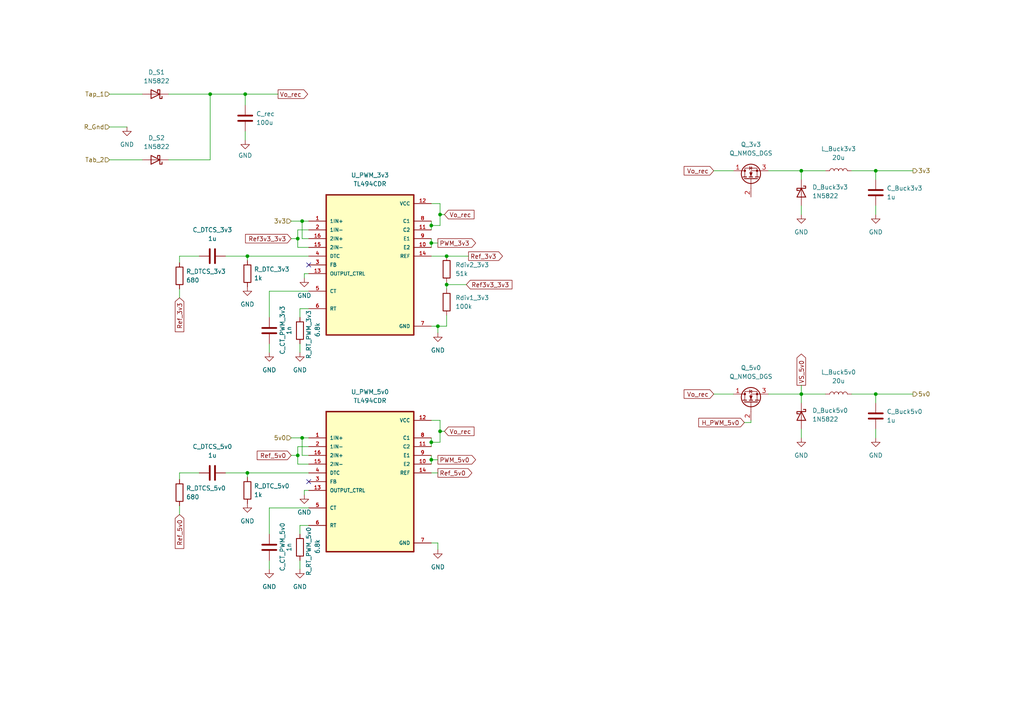
<source format=kicad_sch>
(kicad_sch (version 20211123) (generator eeschema)
  (paper "A4")
  (lib_symbols
    (symbol "Device:C" (pin_numbers hide) (pin_names (offset 0.254))
      (property "Reference" "C" (at 0.635 2.54 0))
      (property "Value" "C" (at 0.635 -2.54 0))
      (symbol "C_0_1"
        (polyline (pts (xy -2.032 -0.762) (xy 2.032 -0.762)) (stroke (width 0.508)))
        (polyline (pts (xy -2.032 0.762) (xy 2.032 0.762)) (stroke (width 0.508)))
      )
      (symbol "C_1_1"
        (pin passive line (at 0 3.81 270) (length 2.794) (name "~") (number "1"))
        (pin passive line (at 0 -3.81 90) (length 2.794) (name "~") (number "2"))
      )
    )
    (symbol "Device:L" (pin_numbers hide) (pin_names (offset 1.016) hide)
      (property "Reference" "L" (at -1.27 0 90))
      (property "Value" "L" (at 1.905 0 90))
      (symbol "L_0_1"
        (arc (start 0 -2.54) (mid 0.635 -1.905) (end 0 -1.27))
        (arc (start 0 -1.27) (mid 0.635 -0.635) (end 0 0))
        (arc (start 0 0) (mid 0.635 0.635) (end 0 1.27))
        (arc (start 0 1.27) (mid 0.635 1.905) (end 0 2.54))
      )
      (symbol "L_1_1"
        (pin passive line (at 0 3.81 270) (length 1.27) (name "1") (number "1"))
        (pin passive line (at 0 -3.81 90) (length 1.27) (name "2") (number "2"))
      )
    )
    (symbol "Device:Q_NMOS_DGS" (pin_names (offset 0) hide)
      (property "Reference" "Q" (at 5.08 1.27 0))
      (property "Value" "Q_NMOS_DGS" (at 5.08 -1.27 0))
      (symbol "Q_NMOS_DGS_0_1"
        (polyline (pts (xy 0.254 0) (xy -2.54 0)))
        (polyline (pts (xy 0.254 1.905) (xy 0.254 -1.905)) (stroke (width 0.254)))
        (polyline (pts (xy 0.762 -1.27) (xy 0.762 -2.286)) (stroke (width 0.254)))
        (polyline (pts (xy 0.762 0.508) (xy 0.762 -0.508)) (stroke (width 0.254)))
        (polyline (pts (xy 0.762 2.286) (xy 0.762 1.27)) (stroke (width 0.254)))
        (polyline (pts (xy 2.54 2.54) (xy 2.54 1.778)))
        (polyline (pts (xy 2.54 -2.54) (xy 2.54 0) (xy 0.762 0)))
        (polyline (pts (xy 0.762 -1.778) (xy 3.302 -1.778) (xy 3.302 1.778) (xy 0.762 1.778)))
        (polyline (pts (xy 1.016 0) (xy 2.032 0.381) (xy 2.032 -0.381) (xy 1.016 0)) (fill (type outline)))
        (polyline (pts (xy 2.794 0.508) (xy 2.921 0.381) (xy 3.683 0.381) (xy 3.81 0.254)))
        (polyline (pts (xy 3.302 0.381) (xy 2.921 -0.254) (xy 3.683 -0.254) (xy 3.302 0.381)))
        (circle (center 1.651 0) (radius 2.794) (stroke (width 0.254)))
        (circle (center 2.54 -1.778) (radius 0.254) (fill (type outline)))
        (circle (center 2.54 1.778) (radius 0.254) (fill (type outline)))
      )
      (symbol "Q_NMOS_DGS_1_1"
        (pin passive line (at 2.54 5.08 270) (length 2.54) (name "D") (number "1"))
        (pin input line (at -5.08 0 0) (length 2.54) (name "G") (number "2"))
        (pin passive line (at 2.54 -5.08 90) (length 2.54) (name "S") (number "3"))
      )
    )
    (symbol "Device:R" (pin_numbers hide) (pin_names (offset 0))
      (property "Reference" "R" (at 2.032 0 90))
      (property "Value" "R" (at 0 0 90))
      (symbol "R_0_1"
        (rectangle (start -1.016 -2.54) (end 1.016 2.54) (stroke (width 0.254)))
      )
      (symbol "R_1_1"
        (pin passive line (at 0 3.81 270) (length 1.27) (name "~") (number "1"))
        (pin passive line (at 0 -3.81 90) (length 1.27) (name "~") (number "2"))
      )
    )
    (symbol "Diode:1N5822" (pin_numbers hide) (pin_names (offset 1.016) hide)
      (property "Reference" "D" (at 0 2.54 0))
      (property "Value" "1N5822" (at 0 -2.54 0))
      (symbol "1N5822_0_1"
        (polyline (pts (xy 1.27 0) (xy -1.27 0)))
        (polyline (pts (xy 1.27 1.27) (xy 1.27 -1.27) (xy -1.27 0) (xy 1.27 1.27)) (stroke (width 0.254)))
        (polyline (pts (xy -1.905 0.635) (xy -1.905 1.27) (xy -1.27 1.27) (xy -1.27 -1.27) (xy -0.635 -1.27) (xy -0.635 -0.635)) (stroke (width 0.254)))
      )
      (symbol "1N5822_1_1"
        (pin passive line (at -3.81 0 0) (length 2.54) (name "K") (number "1"))
        (pin passive line (at 3.81 0 180) (length 2.54) (name "A") (number "2"))
      )
    )
    (symbol "TL494CDR:TL494CDR" (pin_names (offset 1.016))
      (property "Reference" "U" (at -12.7 21.3106 0))
      (property "Value" "TL494CDR" (at -12.7 -24.3078 0))
      (symbol "TL494CDR_0_0"
        (rectangle (start -12.7 -20.32) (end 12.7 20.32) (stroke (width 0.4064)) (fill (type background)))
        (pin input line (at -17.78 12.7 0) (length 5.08) (name "1IN+") (number "1"))
        (pin output line (at 17.78 5.08 180) (length 5.08) (name "E2") (number "10"))
        (pin output line (at 17.78 10.16 180) (length 5.08) (name "C2") (number "11"))
        (pin power_in line (at 17.78 17.78 180) (length 5.08) (name "VCC") (number "12"))
        (pin input line (at -17.78 -2.54 0) (length 5.08) (name "OUTPUT_CTRL") (number "13"))
        (pin output line (at 17.78 2.54 180) (length 5.08) (name "REF") (number "14"))
        (pin input line (at -17.78 5.08 0) (length 5.08) (name "2IN−") (number "15"))
        (pin input line (at -17.78 7.62 0) (length 5.08) (name "2IN+") (number "16"))
        (pin input line (at -17.78 10.16 0) (length 5.08) (name "1IN−") (number "2"))
        (pin input line (at -17.78 0 0) (length 5.08) (name "FB") (number "3"))
        (pin input line (at -17.78 2.54 0) (length 5.08) (name "DTC") (number "4"))
        (pin bidirectional line (at -17.78 -7.62 0) (length 5.08) (name "CT") (number "5"))
        (pin bidirectional line (at -17.78 -12.7 0) (length 5.08) (name "RT") (number "6"))
        (pin power_in line (at 17.78 -17.78 180) (length 5.08) (name "GND") (number "7"))
        (pin output line (at 17.78 12.7 180) (length 5.08) (name "C1") (number "8"))
        (pin output line (at 17.78 7.62 180) (length 5.08) (name "E1") (number "9"))
      )
    )
    (symbol "power:GND" (power) (pin_names (offset 0))
      (property "Value" "GND" (at 0 -3.81 0))
      (symbol "GND_0_1"
        (polyline (pts (xy 0 0) (xy 0 -1.27) (xy 1.27 -1.27) (xy 0 -2.54) (xy -1.27 -1.27) (xy 0 -1.27)))
      )
      (symbol "GND_1_1"
        (pin power_in line (at 0 0 270) (length 0) hide (name "GND") (number "1"))
      )
    )
  )
  (junction (at 86.36 132.08))
  (junction (at 60.96 27.305))
  (junction (at 232.41 49.53))
  (junction (at 86.36 69.215))
  (junction (at 71.12 27.305))
  (junction (at 71.755 74.295))
  (junction (at 127 94.615))
  (junction (at 254 114.3))
  (junction (at 87.63 127))
  (junction (at 125.095 65.405))
  (junction (at 125.095 133.35))
  (junction (at 127.635 125.095))
  (junction (at 129.54 74.295))
  (junction (at 232.41 114.3))
  (junction (at 127.635 62.23))
  (junction (at 254 49.53))
  (junction (at 87.63 64.135))
  (junction (at 129.54 82.55))
  (junction (at 125.095 128.27))
  (junction (at 71.755 137.16))
  (junction (at 125.095 70.485))
  (no_connect (at 89.535 139.7))
  (no_connect (at 89.535 76.835))
  (wire (pts (xy 87.63 127) (xy 87.63 132.08)))
  (wire (pts (xy 232.41 49.53) (xy 239.395 49.53)))
  (wire (pts (xy 127.635 125.095) (xy 127.635 128.27)))
  (wire (pts (xy 71.755 137.16) (xy 89.535 137.16)))
  (wire (pts (xy 71.12 38.1) (xy 71.12 40.64)))
  (wire (pts (xy 78.105 147.32) (xy 89.535 147.32)))
  (wire (pts (xy 86.36 71.755) (xy 89.535 71.755)))
  (wire (pts (xy 129.54 74.295) (xy 135.89 74.295)))
  (wire (pts (xy 52.07 76.2) (xy 52.07 74.295)))
  (wire (pts (xy 217.805 121.92) (xy 217.805 122.555)))
  (wire (pts (xy 52.07 83.82) (xy 52.07 86.36)))
  (wire (pts (xy 125.095 132.08) (xy 125.095 133.35)))
  (wire (pts (xy 65.405 74.295) (xy 71.755 74.295)))
  (wire (pts (xy 129.54 82.55) (xy 129.54 83.82)))
  (wire (pts (xy 71.755 74.295) (xy 71.755 75.565)))
  (wire (pts (xy 48.895 27.305) (xy 60.96 27.305)))
  (wire (pts (xy 60.96 27.305) (xy 60.96 46.355)))
  (wire (pts (xy 125.095 64.135) (xy 125.095 65.405)))
  (wire (pts (xy 247.015 114.3) (xy 254 114.3)))
  (wire (pts (xy 52.07 74.295) (xy 57.785 74.295)))
  (wire (pts (xy 84.455 69.215) (xy 86.36 69.215)))
  (wire (pts (xy 86.995 162.56) (xy 86.995 165.1)))
  (wire (pts (xy 254 114.3) (xy 254 116.84)))
  (wire (pts (xy 127 157.48) (xy 127 159.385)))
  (wire (pts (xy 52.07 137.16) (xy 57.785 137.16)))
  (wire (pts (xy 222.885 114.3) (xy 232.41 114.3)))
  (wire (pts (xy 127.635 62.23) (xy 128.905 62.23)))
  (wire (pts (xy 125.095 133.35) (xy 125.095 134.62)))
  (wire (pts (xy 125.095 65.405) (xy 125.095 66.675)))
  (wire (pts (xy 78.105 154.94) (xy 78.105 147.32)))
  (wire (pts (xy 87.63 64.135) (xy 89.535 64.135)))
  (wire (pts (xy 125.095 133.35) (xy 127 133.35)))
  (wire (pts (xy 86.36 134.62) (xy 89.535 134.62)))
  (wire (pts (xy 86.36 66.675) (xy 86.36 69.215)))
  (wire (pts (xy 87.63 64.135) (xy 87.63 69.215)))
  (wire (pts (xy 125.095 127) (xy 125.095 128.27)))
  (wire (pts (xy 125.095 70.485) (xy 127 70.485)))
  (wire (pts (xy 127 94.615) (xy 127 96.52)))
  (wire (pts (xy 125.095 137.16) (xy 127 137.16)))
  (wire (pts (xy 127.635 62.23) (xy 127.635 65.405)))
  (wire (pts (xy 125.095 70.485) (xy 125.095 71.755)))
  (wire (pts (xy 254 49.53) (xy 264.795 49.53)))
  (wire (pts (xy 71.755 74.295) (xy 89.535 74.295)))
  (wire (pts (xy 84.455 64.135) (xy 87.63 64.135)))
  (wire (pts (xy 222.885 49.53) (xy 232.41 49.53)))
  (wire (pts (xy 232.41 59.69) (xy 232.41 62.23)))
  (wire (pts (xy 232.41 111.76) (xy 232.41 114.3)))
  (wire (pts (xy 31.75 36.83) (xy 36.83 36.83)))
  (wire (pts (xy 129.54 91.44) (xy 129.54 94.615)))
  (wire (pts (xy 125.095 121.92) (xy 127.635 121.92)))
  (wire (pts (xy 127.635 121.92) (xy 127.635 125.095)))
  (wire (pts (xy 86.36 129.54) (xy 86.36 132.08)))
  (wire (pts (xy 31.75 27.305) (xy 41.275 27.305)))
  (wire (pts (xy 207.01 49.53) (xy 212.725 49.53)))
  (wire (pts (xy 125.095 65.405) (xy 127.635 65.405)))
  (wire (pts (xy 88.265 143.51) (xy 88.265 142.24)))
  (wire (pts (xy 86.995 89.535) (xy 86.995 92.075)))
  (wire (pts (xy 129.54 82.55) (xy 135.255 82.55)))
  (wire (pts (xy 48.895 46.355) (xy 60.96 46.355)))
  (wire (pts (xy 84.455 127) (xy 87.63 127)))
  (wire (pts (xy 125.095 157.48) (xy 127 157.48)))
  (wire (pts (xy 232.41 124.46) (xy 232.41 127)))
  (wire (pts (xy 232.41 116.84) (xy 232.41 114.3)))
  (wire (pts (xy 87.63 69.215) (xy 89.535 69.215)))
  (wire (pts (xy 125.095 128.27) (xy 127.635 128.27)))
  (wire (pts (xy 89.535 152.4) (xy 86.995 152.4)))
  (wire (pts (xy 254 49.53) (xy 254 52.07)))
  (wire (pts (xy 88.265 80.645) (xy 88.265 79.375)))
  (wire (pts (xy 52.07 146.685) (xy 52.07 149.225)))
  (wire (pts (xy 232.41 52.07) (xy 232.41 49.53)))
  (wire (pts (xy 125.095 59.055) (xy 127.635 59.055)))
  (wire (pts (xy 31.75 46.355) (xy 41.275 46.355)))
  (wire (pts (xy 78.105 99.695) (xy 78.105 102.235)))
  (wire (pts (xy 86.995 152.4) (xy 86.995 154.94)))
  (wire (pts (xy 125.095 128.27) (xy 125.095 129.54)))
  (wire (pts (xy 71.755 137.16) (xy 71.755 138.43)))
  (wire (pts (xy 88.265 142.24) (xy 89.535 142.24)))
  (wire (pts (xy 127 94.615) (xy 129.54 94.615)))
  (wire (pts (xy 89.535 66.675) (xy 86.36 66.675)))
  (wire (pts (xy 127.635 125.095) (xy 128.905 125.095)))
  (wire (pts (xy 232.41 114.3) (xy 239.395 114.3)))
  (wire (pts (xy 89.535 129.54) (xy 86.36 129.54)))
  (wire (pts (xy 78.105 162.56) (xy 78.105 165.1)))
  (wire (pts (xy 125.095 69.215) (xy 125.095 70.485)))
  (wire (pts (xy 86.36 132.08) (xy 86.36 134.62)))
  (wire (pts (xy 125.095 74.295) (xy 129.54 74.295)))
  (wire (pts (xy 215.9 122.555) (xy 217.805 122.555)))
  (wire (pts (xy 87.63 132.08) (xy 89.535 132.08)))
  (wire (pts (xy 129.54 81.915) (xy 129.54 82.55)))
  (wire (pts (xy 71.12 27.305) (xy 71.12 30.48)))
  (wire (pts (xy 71.12 27.305) (xy 80.645 27.305)))
  (wire (pts (xy 84.455 132.08) (xy 86.36 132.08)))
  (wire (pts (xy 78.105 84.455) (xy 89.535 84.455)))
  (wire (pts (xy 254 124.46) (xy 254 127)))
  (wire (pts (xy 254 114.3) (xy 264.795 114.3)))
  (wire (pts (xy 89.535 89.535) (xy 86.995 89.535)))
  (wire (pts (xy 86.36 69.215) (xy 86.36 71.755)))
  (wire (pts (xy 87.63 127) (xy 89.535 127)))
  (wire (pts (xy 78.105 92.075) (xy 78.105 84.455)))
  (wire (pts (xy 125.095 94.615) (xy 127 94.615)))
  (wire (pts (xy 247.015 49.53) (xy 254 49.53)))
  (wire (pts (xy 88.265 79.375) (xy 89.535 79.375)))
  (wire (pts (xy 65.405 137.16) (xy 71.755 137.16)))
  (wire (pts (xy 207.01 114.3) (xy 212.725 114.3)))
  (wire (pts (xy 127.635 59.055) (xy 127.635 62.23)))
  (wire (pts (xy 52.07 139.065) (xy 52.07 137.16)))
  (wire (pts (xy 86.995 99.695) (xy 86.995 102.235)))
  (wire (pts (xy 60.96 27.305) (xy 71.12 27.305)))
  (wire (pts (xy 254 59.69) (xy 254 62.23)))
  (global_label "PWM_3v3" (shape output) (at 127 70.485 0) (property "Intersheet References" "${INTERSHEET_REFS}" (effects hide)))
  (global_label "Ref3v3_3v3" (shape input) (at 84.455 69.215 180) (property "Intersheet References" "${INTERSHEET_REFS}" (effects hide)))
  (global_label "Vo_rec" (shape output) (at 80.645 27.305 0) (property "Intersheet References" "${INTERSHEET_REFS}" (effects hide)))
  (global_label "Vo_rec" (shape input) (at 207.01 49.53 180) (property "Intersheet References" "${INTERSHEET_REFS}" (effects hide)))
  (global_label "Ref_5v0" (shape input) (at 52.07 149.225 270) (property "Intersheet References" "${INTERSHEET_REFS}" (effects hide)))
  (global_label "Ref_5v0" (shape input) (at 84.455 132.08 180) (property "Intersheet References" "${INTERSHEET_REFS}" (effects hide)))
  (global_label "H_PWM_5v0" (shape input) (at 215.9 122.555 180) (property "Intersheet References" "${INTERSHEET_REFS}" (effects hide)))
  (global_label "Vo_rec" (shape input) (at 128.905 125.095 0) (property "Intersheet References" "${INTERSHEET_REFS}" (effects hide)))
  (global_label "Ref3v3_3v3" (shape input) (at 135.255 82.55 0) (property "Intersheet References" "${INTERSHEET_REFS}" (effects hide)))
  (global_label "PWM_5v0" (shape output) (at 127 133.35 0) (property "Intersheet References" "${INTERSHEET_REFS}" (effects hide)))
  (global_label "Ref_3v3" (shape output) (at 135.89 74.295 0) (property "Intersheet References" "${INTERSHEET_REFS}" (effects hide)))
  (global_label "Ref_3v3" (shape input) (at 52.07 86.36 270) (property "Intersheet References" "${INTERSHEET_REFS}" (effects hide)))
  (global_label "Vo_rec" (shape input) (at 128.905 62.23 0) (property "Intersheet References" "${INTERSHEET_REFS}" (effects hide)))
  (global_label "VS_5v0" (shape output) (at 232.41 111.76 90) (property "Intersheet References" "${INTERSHEET_REFS}" (effects hide)))
  (global_label "Ref_5v0" (shape output) (at 127 137.16 0) (property "Intersheet References" "${INTERSHEET_REFS}" (effects hide)))
  (global_label "Vo_rec" (shape input) (at 207.01 114.3 180) (property "Intersheet References" "${INTERSHEET_REFS}" (effects hide)))
  (hierarchical_label "3v3" (shape input) (at 84.455 64.135 180))
  (hierarchical_label "Tab_2" (shape input) (at 31.75 46.355 180))
  (hierarchical_label "5v0" (shape output) (at 264.795 114.3 0))
  (hierarchical_label "3v3" (shape output) (at 264.795 49.53 0))
  (hierarchical_label "5v0" (shape input) (at 84.455 127 180))
  (hierarchical_label "R_Gnd" (shape input) (at 31.75 36.83 180))
  (hierarchical_label "Tap_1" (shape input) (at 31.75 27.305 180))
  (symbol (lib_id "Device:Q_NMOS_DGS") (at 217.805 116.84 90) (unit 1)
    (property "Reference" "Q_5v0" (at 217.805 106.68 90))
    (property "Value" "Q_NMOS_DGS" (at 217.805 109.22 90))
  )
  (symbol (lib_id "power:GND") (at 78.105 165.1 0) (unit 1)
    (property "Reference" "#PWR?" (effects hide))
    (property "Value" "GND" (at 78.105 170.18 0))
  )
  (symbol (lib_id "Diode:1N5822") (at 45.085 46.355 180) (unit 1)
    (property "Reference" "D_S2" (at 45.4025 40.005 0))
    (property "Value" "1N5822" (at 45.4025 42.545 0))
    (property "Footprint" "Diode_THT:D_DO-201AD_P15.24mm_Horizontal" (effects hide))
    (property "Datasheet" "http://www.vishay.com/docs/88526/1n5820.pdf" (effects hide))
  )
  (symbol (lib_id "Device:C") (at 61.595 137.16 90) (unit 1)
    (property "Reference" "C_DTCS_5v0" (at 61.595 129.54 90))
    (property "Value" "1u" (at 61.595 132.08 90))
  )
  (symbol (lib_id "power:GND") (at 88.265 80.645 0) (unit 1)
    (property "Reference" "#PWR?" (effects hide))
    (property "Value" "GND" (at 88.265 85.725 0))
  )
  (symbol (lib_id "power:GND") (at 232.41 62.23 0) (unit 1)
    (property "Reference" "#PWR?" (effects hide))
    (property "Value" "GND" (at 232.41 67.31 0))
  )
  (symbol (lib_id "power:GND") (at 71.755 83.185 0) (unit 1)
    (property "Reference" "#PWR?" (effects hide))
    (property "Value" "GND" (at 71.755 88.265 0))
  )
  (symbol (lib_id "Device:C") (at 61.595 74.295 90) (unit 1)
    (property "Reference" "C_DTCS_3v3" (at 61.595 66.675 90))
    (property "Value" "1u" (at 61.595 69.215 90))
  )
  (symbol (lib_id "Device:C") (at 78.105 158.75 0) (unit 1)
    (property "Reference" "C_CT_PWM_5v0" (at 81.915 165.735 90) (effects (justify left)))
    (property "Value" "1n" (at 83.82 160.02 90) (effects (justify left)))
  )
  (symbol (lib_id "Device:R") (at 129.54 87.63 0) (unit 1)
    (property "Reference" "Rdiv1_3v3" (at 132.08 86.3599 0) (effects (justify left)))
    (property "Value" "100k" (at 132.08 88.8999 0) (effects (justify left)))
  )
  (symbol (lib_id "Device:L") (at 243.205 49.53 90) (unit 1)
    (property "Reference" "L_Buck3v3" (at 243.205 43.18 90))
    (property "Value" "20u" (at 243.205 45.72 90))
  )
  (symbol (lib_id "power:GND") (at 78.105 102.235 0) (unit 1)
    (property "Reference" "#PWR?" (effects hide))
    (property "Value" "GND" (at 78.105 107.315 0))
  )
  (symbol (lib_id "Device:C") (at 254 55.88 0) (unit 1)
    (property "Reference" "C_Buck3v3" (at 257.175 54.6099 0) (effects (justify left)))
    (property "Value" "1u" (at 257.175 57.1499 0) (effects (justify left)))
  )
  (symbol (lib_id "power:GND") (at 254 127 0) (unit 1)
    (property "Reference" "#PWR?" (effects hide))
    (property "Value" "GND" (at 254 132.08 0))
  )
  (symbol (lib_id "power:GND") (at 254 62.23 0) (unit 1)
    (property "Reference" "#PWR?" (effects hide))
    (property "Value" "GND" (at 254 67.31 0))
  )
  (symbol (lib_id "Diode:1N5822") (at 232.41 55.88 270) (unit 1)
    (property "Reference" "D_Buck3v3" (at 235.585 54.2924 90) (effects (justify left)))
    (property "Value" "1N5822" (at 235.585 56.8324 90) (effects (justify left)))
    (property "Footprint" "Diode_THT:D_DO-201AD_P15.24mm_Horizontal" (effects hide))
    (property "Datasheet" "http://www.vishay.com/docs/88526/1n5820.pdf" (effects hide))
  )
  (symbol (lib_id "Device:R") (at 71.755 79.375 0) (unit 1)
    (property "Reference" "R_DTC_3v3" (at 73.66 78.1049 0) (effects (justify left)))
    (property "Value" "1k" (at 73.66 80.6449 0) (effects (justify left)))
  )
  (symbol (lib_id "Device:R") (at 71.755 142.24 0) (unit 1)
    (property "Reference" "R_DTC_5v0" (at 73.66 140.9699 0) (effects (justify left)))
    (property "Value" "1k" (at 73.66 143.5099 0) (effects (justify left)))
  )
  (symbol (lib_id "power:GND") (at 71.12 40.64 0) (unit 1)
    (property "Reference" "#PWR?" (effects hide))
    (property "Value" "GND" (at 71.12 45.085 0))
  )
  (symbol (lib_id "Diode:1N5822") (at 45.085 27.305 180) (unit 1)
    (property "Reference" "D_S1" (at 45.4025 20.955 0))
    (property "Value" "1N5822" (at 45.4025 23.495 0))
    (property "Footprint" "Diode_THT:D_DO-201AD_P15.24mm_Horizontal" (effects hide))
    (property "Datasheet" "http://www.vishay.com/docs/88526/1n5820.pdf" (effects hide))
  )
  (symbol (lib_id "power:GND") (at 71.755 146.05 0) (unit 1)
    (property "Reference" "#PWR?" (effects hide))
    (property "Value" "GND" (at 71.755 151.13 0))
  )
  (symbol (lib_id "Device:R") (at 52.07 80.01 0) (unit 1)
    (property "Reference" "R_DTCS_3v3" (at 53.975 78.7399 0) (effects (justify left)))
    (property "Value" "680" (at 53.975 81.2799 0) (effects (justify left)))
  )
  (symbol (lib_id "Device:R") (at 52.07 142.875 0) (unit 1)
    (property "Reference" "R_DTCS_5v0" (at 53.975 141.6049 0) (effects (justify left)))
    (property "Value" "680" (at 53.975 144.1449 0) (effects (justify left)))
  )
  (symbol (lib_id "Device:C") (at 254 120.65 0) (unit 1)
    (property "Reference" "C_Buck5v0" (at 257.175 119.3799 0) (effects (justify left)))
    (property "Value" "1u" (at 257.175 121.9199 0) (effects (justify left)))
  )
  (symbol (lib_id "Device:R") (at 86.995 158.75 0) (unit 1)
    (property "Reference" "R_RT_PWM_5v0" (at 89.535 167.005 90) (effects (justify left)))
    (property "Value" "6.8k" (at 92.075 160.655 90) (effects (justify left)))
  )
  (symbol (lib_id "Diode:1N5822") (at 232.41 120.65 270) (unit 1)
    (property "Reference" "D_Buck5v0" (at 235.585 119.0624 90) (effects (justify left)))
    (property "Value" "1N5822" (at 235.585 121.6024 90) (effects (justify left)))
    (property "Footprint" "Diode_THT:D_DO-201AD_P15.24mm_Horizontal" (effects hide))
    (property "Datasheet" "http://www.vishay.com/docs/88526/1n5820.pdf" (effects hide))
  )
  (symbol (lib_id "TL494CDR:TL494CDR") (at 107.315 76.835 0) (unit 1)
    (property "Reference" "U_PWM_3v3" (at 107.315 50.8 0))
    (property "Value" "TL494CDR" (at 107.315 53.34 0))
    (property "Footprint" "SOIC127P600X175-16N" (effects hide))
  )
  (symbol (lib_id "Device:L") (at 243.205 114.3 90) (unit 1)
    (property "Reference" "L_Buck5v0" (at 243.205 107.95 90))
    (property "Value" "20u" (at 243.205 110.49 90))
  )
  (symbol (lib_id "power:GND") (at 36.83 36.83 0) (unit 1)
    (property "Reference" "#PWR?" (effects hide))
    (property "Value" "GND" (at 36.83 41.91 0))
  )
  (symbol (lib_id "Device:Q_NMOS_DGS") (at 217.805 52.07 90) (unit 1)
    (property "Reference" "Q_3v3" (at 217.805 41.91 90))
    (property "Value" "Q_NMOS_DGS" (at 217.805 44.45 90))
  )
  (symbol (lib_id "power:GND") (at 127 159.385 0) (unit 1)
    (property "Reference" "#PWR?" (effects hide))
    (property "Value" "GND" (at 127 164.465 0))
  )
  (symbol (lib_id "power:GND") (at 86.995 165.1 0) (unit 1)
    (property "Reference" "#PWR?" (effects hide))
    (property "Value" "GND" (at 86.995 170.18 0))
  )
  (symbol (lib_id "power:GND") (at 127 96.52 0) (unit 1)
    (property "Reference" "#PWR?" (effects hide))
    (property "Value" "GND" (at 127 101.6 0))
  )
  (symbol (lib_id "power:GND") (at 88.265 143.51 0) (unit 1)
    (property "Reference" "#PWR?" (effects hide))
    (property "Value" "GND" (at 88.265 148.59 0))
  )
  (symbol (lib_id "Device:C") (at 71.12 34.29 0) (unit 1)
    (property "Reference" "C_rec" (at 74.295 33.0199 0) (effects (justify left)))
    (property "Value" "100u" (at 74.295 35.5599 0) (effects (justify left)))
  )
  (symbol (lib_id "TL494CDR:TL494CDR") (at 107.315 139.7 0) (unit 1)
    (property "Reference" "U_PWM_5v0" (at 107.315 113.665 0))
    (property "Value" "TL494CDR" (at 107.315 116.205 0))
    (property "Footprint" "SOIC127P600X175-16N" (effects hide))
  )
  (symbol (lib_id "power:GND") (at 86.995 102.235 0) (unit 1)
    (property "Reference" "#PWR?" (effects hide))
    (property "Value" "GND" (at 86.995 107.315 0))
  )
  (symbol (lib_id "Device:R") (at 86.995 95.885 0) (unit 1)
    (property "Reference" "R_RT_PWM_3v3" (at 89.535 104.14 90) (effects (justify left)))
    (property "Value" "6.8k" (at 92.075 97.79 90) (effects (justify left)))
  )
  (symbol (lib_id "Device:C") (at 78.105 95.885 0) (unit 1)
    (property "Reference" "C_CT_PWM_3v3" (at 81.915 102.87 90) (effects (justify left)))
    (property "Value" "1n" (at 83.82 97.155 90) (effects (justify left)))
  )
  (symbol (lib_id "Device:R") (at 129.54 78.105 0) (unit 1)
    (property "Reference" "Rdiv2_3v3" (at 132.08 76.8349 0) (effects (justify left)))
    (property "Value" "51k" (at 132.08 79.3749 0) (effects (justify left)))
  )
  (symbol (lib_id "power:GND") (at 232.41 127 0) (unit 1)
    (property "Reference" "#PWR?" (effects hide))
    (property "Value" "GND" (at 232.41 132.08 0))
  )
)
</source>
